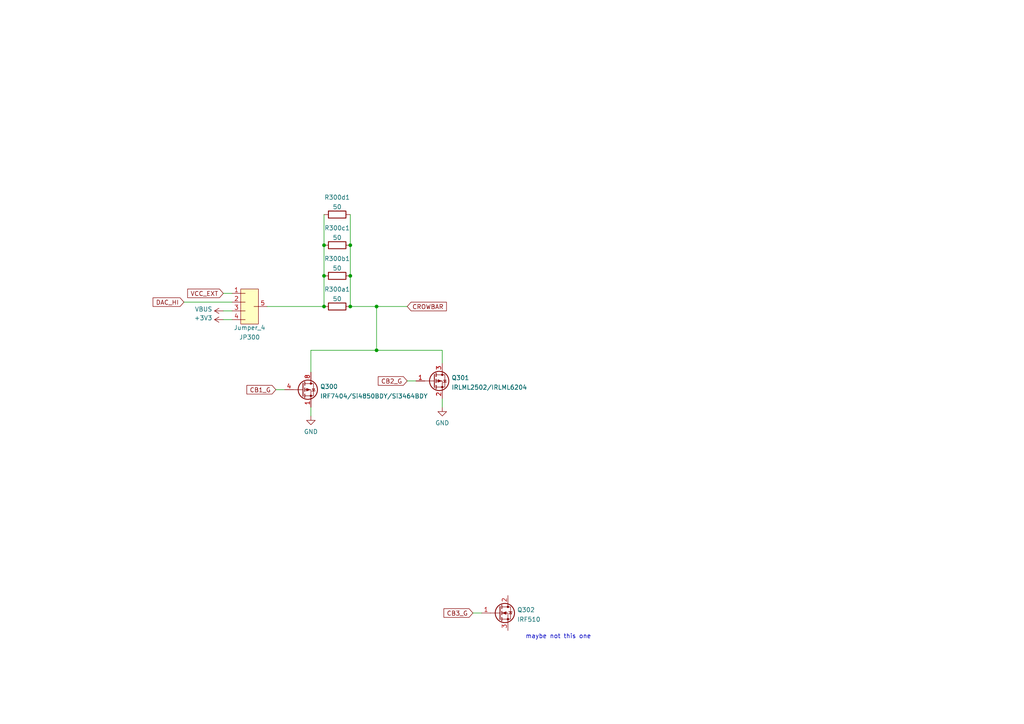
<source format=kicad_sch>
(kicad_sch (version 20211123) (generator eeschema)
  (paper "A4")
  (lib_symbols
    (symbol "Device:R" (pin_numbers hide) (pin_names (offset 0))
      (property "Reference" "R" (at 2.032 0 90))
      (property "Value" "R" (at 0 0 90))
      (symbol "R_0_1"
        (rectangle (start -1.016 -2.54) (end 1.016 2.54) (stroke (width 0.254)))
      )
      (symbol "R_1_1"
        (pin passive line (at 0 3.81 270) (length 1.27) (name "~") (number "1"))
        (pin passive line (at 0 -3.81 90) (length 1.27) (name "~") (number "2"))
      )
    )
    (symbol "Transistor_FET:IRF540N" (pin_names hide)
      (property "Reference" "Q" (at 6.35 1.905 0))
      (property "Value" "IRF540N" (at 6.35 0 0))
      (symbol "IRF540N_0_1"
        (polyline (pts (xy 0.254 0) (xy -2.54 0)))
        (polyline (pts (xy 0.254 1.905) (xy 0.254 -1.905)) (stroke (width 0.254)))
        (polyline (pts (xy 0.762 -1.27) (xy 0.762 -2.286)) (stroke (width 0.254)))
        (polyline (pts (xy 0.762 0.508) (xy 0.762 -0.508)) (stroke (width 0.254)))
        (polyline (pts (xy 0.762 2.286) (xy 0.762 1.27)) (stroke (width 0.254)))
        (polyline (pts (xy 2.54 2.54) (xy 2.54 1.778)))
        (polyline (pts (xy 2.54 -2.54) (xy 2.54 0) (xy 0.762 0)))
        (polyline (pts (xy 0.762 -1.778) (xy 3.302 -1.778) (xy 3.302 1.778) (xy 0.762 1.778)))
        (polyline (pts (xy 1.016 0) (xy 2.032 0.381) (xy 2.032 -0.381) (xy 1.016 0)) (fill (type outline)))
        (polyline (pts (xy 2.794 0.508) (xy 2.921 0.381) (xy 3.683 0.381) (xy 3.81 0.254)))
        (polyline (pts (xy 3.302 0.381) (xy 2.921 -0.254) (xy 3.683 -0.254) (xy 3.302 0.381)))
        (circle (center 1.651 0) (radius 2.794) (stroke (width 0.254)))
        (circle (center 2.54 -1.778) (radius 0.254) (fill (type outline)))
        (circle (center 2.54 1.778) (radius 0.254) (fill (type outline)))
      )
      (symbol "IRF540N_1_1"
        (pin input line (at -5.08 0 0) (length 2.54) (name "G") (number "1"))
        (pin passive line (at 2.54 5.08 270) (length 2.54) (name "D") (number "2"))
        (pin passive line (at 2.54 -5.08 90) (length 2.54) (name "S") (number "3"))
      )
    )
    (symbol "Transistor_FET:IRF7404" (pin_names hide)
      (property "Reference" "Q" (at 5.08 1.905 0))
      (property "Value" "IRF7404" (at 5.08 0 0))
      (symbol "IRF7404_0_1"
        (polyline (pts (xy 0.254 0) (xy -2.54 0)))
        (polyline (pts (xy 0.254 1.905) (xy 0.254 -1.905)) (stroke (width 0.254)))
        (polyline (pts (xy 0.762 -1.27) (xy 0.762 -2.286)) (stroke (width 0.254)))
        (polyline (pts (xy 0.762 0.508) (xy 0.762 -0.508)) (stroke (width 0.254)))
        (polyline (pts (xy 0.762 2.286) (xy 0.762 1.27)) (stroke (width 0.254)))
        (polyline (pts (xy 2.54 2.54) (xy 2.54 1.778)))
        (polyline (pts (xy 2.54 -2.54) (xy 2.54 0) (xy 0.762 0)))
        (polyline (pts (xy 0.762 1.778) (xy 3.302 1.778) (xy 3.302 -1.778) (xy 0.762 -1.778)))
        (polyline (pts (xy 2.286 0) (xy 1.27 0.381) (xy 1.27 -0.381) (xy 2.286 0)) (fill (type outline)))
        (polyline (pts (xy 2.794 -0.508) (xy 2.921 -0.381) (xy 3.683 -0.381) (xy 3.81 -0.254)))
        (polyline (pts (xy 3.302 -0.381) (xy 2.921 0.254) (xy 3.683 0.254) (xy 3.302 -0.381)))
        (circle (center 1.651 0) (radius 2.794) (stroke (width 0.254)))
        (circle (center 2.54 -1.778) (radius 0.254) (fill (type outline)))
        (circle (center 2.54 1.778) (radius 0.254) (fill (type outline)))
      )
      (symbol "IRF7404_1_1"
        (pin passive line (at 2.54 -5.08 90) (length 2.54) (name "S") (number "1"))
        (pin passive line (at 2.54 -5.08 90) (length 2.54) hide (name "S") (number "2"))
        (pin passive line (at 2.54 -5.08 90) (length 2.54) hide (name "S") (number "3"))
        (pin passive line (at -5.08 0 0) (length 2.54) (name "G") (number "4"))
        (pin passive line (at 2.54 5.08 270) (length 2.54) hide (name "D") (number "5"))
        (pin passive line (at 2.54 5.08 270) (length 2.54) hide (name "D") (number "6"))
        (pin passive line (at 2.54 5.08 270) (length 2.54) hide (name "D") (number "7"))
        (pin passive line (at 2.54 5.08 270) (length 2.54) (name "D") (number "8"))
      )
    )
    (symbol "Transistor_FET:Si2319CDS" (pin_names hide)
      (property "Reference" "Q" (at 5.08 1.905 0))
      (property "Value" "Si2319CDS" (at 5.08 0 0))
      (symbol "Si2319CDS_0_1"
        (polyline (pts (xy 0.254 0) (xy -2.54 0)))
        (polyline (pts (xy 0.254 1.905) (xy 0.254 -1.905)) (stroke (width 0.254)))
        (polyline (pts (xy 0.762 -1.27) (xy 0.762 -2.286)) (stroke (width 0.254)))
        (polyline (pts (xy 0.762 0.508) (xy 0.762 -0.508)) (stroke (width 0.254)))
        (polyline (pts (xy 0.762 2.286) (xy 0.762 1.27)) (stroke (width 0.254)))
        (polyline (pts (xy 2.54 2.54) (xy 2.54 1.778)))
        (polyline (pts (xy 2.54 -2.54) (xy 2.54 0) (xy 0.762 0)))
        (polyline (pts (xy 0.762 1.778) (xy 3.302 1.778) (xy 3.302 -1.778) (xy 0.762 -1.778)))
        (polyline (pts (xy 2.286 0) (xy 1.27 0.381) (xy 1.27 -0.381) (xy 2.286 0)) (fill (type outline)))
        (polyline (pts (xy 2.794 -0.508) (xy 2.921 -0.381) (xy 3.683 -0.381) (xy 3.81 -0.254)))
        (polyline (pts (xy 3.302 -0.381) (xy 2.921 0.254) (xy 3.683 0.254) (xy 3.302 -0.381)))
        (circle (center 1.651 0) (radius 2.794) (stroke (width 0.254)))
        (circle (center 2.54 -1.778) (radius 0.254) (fill (type outline)))
        (circle (center 2.54 1.778) (radius 0.254) (fill (type outline)))
      )
      (symbol "Si2319CDS_1_1"
        (pin input line (at -5.08 0 0) (length 2.54) (name "G") (number "1"))
        (pin passive line (at 2.54 -5.08 90) (length 2.54) (name "S") (number "2"))
        (pin passive line (at 2.54 5.08 270) (length 2.54) (name "D") (number "3"))
      )
    )
    (symbol "misc-mcus:Jumper_4" (pin_names (offset 1.016))
      (property "Reference" "JP" (at 0 11.43 0))
      (property "Value" "Jumper_4" (at 0 11.43 0))
      (symbol "Jumper_4_0_1"
        (rectangle (start -2.54 5.08) (end 2.54 -5.08) (fill (type background)))
        (polyline (pts (xy -2.54 -3.81) (xy -1.27 -3.81)))
        (polyline (pts (xy -2.54 -1.27) (xy -1.27 -1.27)))
        (polyline (pts (xy -2.54 1.27) (xy -1.27 1.27)))
        (polyline (pts (xy -2.54 3.81) (xy -1.27 3.81)))
        (polyline (pts (xy 2.54 0) (xy 1.27 0)))
      )
      (symbol "Jumper_4_1_1"
        (pin passive line (at -5.08 3.81 0) (length 2.54) (name "~") (number "1"))
        (pin passive line (at -5.08 1.27 0) (length 2.54) (name "~") (number "2"))
        (pin passive line (at -5.08 -1.27 0) (length 2.54) (name "~") (number "3"))
        (pin passive line (at -5.08 -3.81 0) (length 2.54) (name "~") (number "4"))
        (pin passive line (at 5.08 0 180) (length 2.54) (name "~") (number "5"))
      )
    )
    (symbol "power:+3.3V" (power) (pin_names (offset 0))
      (property "Value" "+3.3V" (at 0 3.556 0))
      (symbol "+3.3V_0_1"
        (polyline (pts (xy -0.762 1.27) (xy 0 2.54)))
        (polyline (pts (xy 0 0) (xy 0 2.54)))
        (polyline (pts (xy 0 2.54) (xy 0.762 1.27)))
      )
      (symbol "+3.3V_1_1"
        (pin power_in line (at 0 0 90) (length 0) hide (name "+3V3") (number "1"))
      )
    )
    (symbol "power:GND" (power) (pin_names (offset 0))
      (property "Value" "GND" (at 0 -3.81 0))
      (symbol "GND_0_1"
        (polyline (pts (xy 0 0) (xy 0 -1.27) (xy 1.27 -1.27) (xy 0 -2.54) (xy -1.27 -1.27) (xy 0 -1.27)))
      )
      (symbol "GND_1_1"
        (pin power_in line (at 0 0 270) (length 0) hide (name "GND") (number "1"))
      )
    )
    (symbol "power:VBUS" (power) (pin_names (offset 0))
      (property "Value" "VBUS" (at 0 3.81 0))
      (symbol "VBUS_0_1"
        (polyline (pts (xy -0.762 1.27) (xy 0 2.54)))
        (polyline (pts (xy 0 0) (xy 0 2.54)))
        (polyline (pts (xy 0 2.54) (xy 0.762 1.27)))
      )
      (symbol "VBUS_1_1"
        (pin power_in line (at 0 0 90) (length 0) hide (name "VBUS") (number "1"))
      )
    )
  )
  (junction (at 101.6 71.12))
  (junction (at 101.6 88.9))
  (junction (at 93.98 71.12))
  (junction (at 101.6 80.01))
  (junction (at 93.98 80.01))
  (junction (at 109.22 101.6))
  (junction (at 93.98 88.9))
  (junction (at 109.22 88.9))
  (wire (pts (xy 67.31 92.71) (xy 64.77 92.71)))
  (wire (pts (xy 67.31 85.09) (xy 64.77 85.09)))
  (wire (pts (xy 101.6 88.9) (xy 109.22 88.9)))
  (wire (pts (xy 67.31 87.63) (xy 53.34 87.63)))
  (wire (pts (xy 109.22 101.6) (xy 128.27 101.6)))
  (wire (pts (xy 93.98 71.12) (xy 93.98 80.01)))
  (wire (pts (xy 109.22 101.6) (xy 109.22 88.9)))
  (wire (pts (xy 137.16 177.8) (xy 139.7 177.8)))
  (wire (pts (xy 128.27 115.57) (xy 128.27 118.11)))
  (wire (pts (xy 93.98 62.23) (xy 93.98 71.12)))
  (wire (pts (xy 109.22 88.9) (xy 118.11 88.9)))
  (wire (pts (xy 67.31 90.17) (xy 64.77 90.17)))
  (wire (pts (xy 101.6 62.23) (xy 101.6 71.12)))
  (wire (pts (xy 90.17 101.6) (xy 109.22 101.6)))
  (wire (pts (xy 90.17 107.95) (xy 90.17 101.6)))
  (wire (pts (xy 128.27 105.41) (xy 128.27 101.6)))
  (wire (pts (xy 80.01 113.03) (xy 82.55 113.03)))
  (wire (pts (xy 118.11 110.49) (xy 120.65 110.49)))
  (wire (pts (xy 93.98 80.01) (xy 93.98 88.9)))
  (wire (pts (xy 77.47 88.9) (xy 93.98 88.9)))
  (wire (pts (xy 101.6 80.01) (xy 101.6 88.9)))
  (wire (pts (xy 90.17 118.11) (xy 90.17 120.65)))
  (wire (pts (xy 101.6 71.12) (xy 101.6 80.01)))
  (text "maybe not this one" (at 152.4 185.42 0) (effects (font (size 1.27 1.27)) (justify left bottom)))
  (global_label "DAC_HI" (shape input) (at 53.34 87.63 180) (property "Intersheet References" "${INTERSHEET_REFS}" (effects hide)))
  (global_label "CB1_G" (shape input) (at 80.01 113.03 180) (property "Intersheet References" "${INTERSHEET_REFS}" (effects hide)))
  (global_label "CB3_G" (shape input) (at 137.16 177.8 180) (property "Intersheet References" "${INTERSHEET_REFS}" (effects hide)))
  (global_label "CB2_G" (shape input) (at 118.11 110.49 180) (property "Intersheet References" "${INTERSHEET_REFS}" (effects hide)))
  (global_label "VCC_EXT" (shape input) (at 64.77 85.09 180) (property "Intersheet References" "${INTERSHEET_REFS}" (effects hide)))
  (global_label "CROWBAR" (shape input) (at 118.11 88.9 0) (property "Intersheet References" "${INTERSHEET_REFS}" (effects hide)))
  (symbol (lib_id "Transistor_FET:IRF7404") (at 87.63 113.03 0) (unit 1)
    (property "Reference" "Q300" (at 92.837 112.1215 0) (effects (justify left)))
    (property "Value" "IRF7404/Si4850BDY/Si3464BDY" (at 92.837 114.8966 0) (effects (justify left)))
    (property "Footprint" "Package_SO:SOIC-8_3.9x4.9mm_P1.27mm" (effects hide))
    (property "Datasheet" "http://www.infineon.com/dgdl/irf7404.pdf?fileId=5546d462533600a4015355fa2b5b1b9e" (effects hide))
  )
  (symbol (lib_id "Device:R") (at 97.79 71.12 90) (unit 1) (in_bom no)
    (property "Reference" "R300c1" (at 97.79 66.1375 90))
    (property "Value" "50" (at 97.79 68.9126 90))
    (property "Footprint" "Resistor_SMD:R_1206_3216Metric_Pad1.30x1.75mm_HandSolder" (effects hide))
  )
  (symbol (lib_id "Transistor_FET:IRF540N") (at 144.78 177.8 0) (unit 1) (in_bom no) (on_board no)
    (property "Reference" "Q302" (at 149.987 176.8915 0) (effects (justify left)))
    (property "Value" "IRF510" (at 149.987 179.6666 0) (effects (justify left)))
    (property "Footprint" "Package_TO_SOT_THT:TO-220-3_Vertical" (effects hide))
    (property "Datasheet" "http://www.irf.com/product-info/datasheets/data/irf510.pdf" (effects hide))
  )
  (symbol (lib_id "misc-mcus:Jumper_4") (at 72.39 88.9 0) (unit 1)
    (property "Reference" "JP300" (at 72.39 97.8195 0))
    (property "Value" "Jumper_4" (at 72.39 95.0444 0))
    (property "Footprint" "Connector_PinHeader_2.54mm:PinHeader_2x04_P2.54mm_Vertical" (effects hide))
  )
  (symbol (lib_id "power:+3.3V") (at 64.77 92.71 90) (unit 1)
    (property "Reference" "#PWR0140" (effects hide))
    (property "Value" "+3.3V" (at 61.595 92.231 90) (effects (justify left)))
  )
  (symbol (lib_id "Device:R") (at 97.79 88.9 90) (unit 1)
    (property "Reference" "R300a1" (at 97.79 83.9175 90))
    (property "Value" "50" (at 97.79 86.6926 90))
    (property "Footprint" "Resistor_SMD:R_2512_6332Metric_Pad1.40x3.35mm_HandSolder" (effects hide))
  )
  (symbol (lib_id "power:GND") (at 128.27 118.11 0) (unit 1)
    (property "Reference" "#PWR0143" (effects hide))
    (property "Value" "GND" (at 128.27 122.6725 0))
  )
  (symbol (lib_id "Transistor_FET:Si2319CDS") (at 125.73 110.49 0) (unit 1)
    (property "Reference" "Q301" (at 130.937 109.5815 0) (effects (justify left)))
    (property "Value" "IRLML2502/IRLML6204" (at 130.937 112.3566 0) (effects (justify left)))
    (property "Footprint" "Package_TO_SOT_SMD:SOT-23" (effects hide))
    (property "Datasheet" "https://www.infineon.com/dgdl/Infineon-IRLML2502-DataSheet-v01_01-EN.pdf?fileId=5546d462533600a401535668048e2606" (effects hide))
  )
  (symbol (lib_id "power:GND") (at 90.17 120.65 0) (unit 1)
    (property "Reference" "#PWR0138" (effects hide))
    (property "Value" "GND" (at 90.17 125.2125 0))
  )
  (symbol (lib_id "Device:R") (at 97.79 62.23 90) (unit 1) (in_bom no)
    (property "Reference" "R300d1" (at 97.79 57.2475 90))
    (property "Value" "50" (at 97.79 60.0226 90))
    (property "Footprint" "Resistor_SMD:R_0805_2012Metric_Pad1.20x1.40mm_HandSolder" (effects hide))
  )
  (symbol (lib_id "Device:R") (at 97.79 80.01 90) (unit 1) (in_bom no)
    (property "Reference" "R300b1" (at 97.79 75.0275 90))
    (property "Value" "50" (at 97.79 77.8026 90))
    (property "Footprint" "Resistor_SMD:R_2010_5025Metric_Pad1.40x2.65mm_HandSolder" (effects hide))
  )
  (symbol (lib_id "power:VBUS") (at 64.77 90.17 90) (unit 1)
    (property "Reference" "#PWR0139" (effects hide))
    (property "Value" "VBUS" (at 61.595 89.691 90) (effects (justify left)))
  )
)
</source>
